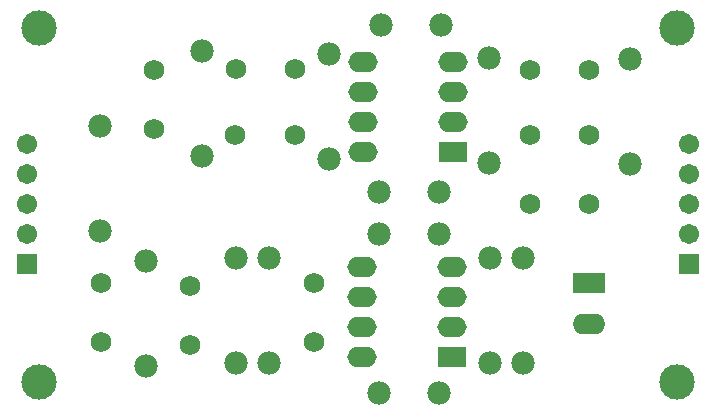
<source format=gts>
G04 Layer_Color=8388736*
%FSLAX44Y44*%
%MOMM*%
G71*
G01*
G75*
%ADD27R,1.7032X1.7032*%
%ADD28C,1.7032*%
%ADD29C,1.9812*%
%ADD30C,1.7272*%
%ADD31R,2.7432X1.7272*%
%ADD32O,2.7432X1.7272*%
%ADD33R,2.4892X1.7272*%
%ADD34O,2.4892X1.7272*%
%ADD35C,3.0020*%
D27*
X580000Y130000D02*
D03*
X19558Y129540D02*
D03*
D28*
X580000Y155400D02*
D03*
Y180800D02*
D03*
Y206200D02*
D03*
Y231600D02*
D03*
X19558Y154940D02*
D03*
Y180340D02*
D03*
Y205740D02*
D03*
Y231140D02*
D03*
D29*
X319000Y332400D02*
D03*
X369800D02*
D03*
X317500Y190500D02*
D03*
X368300D02*
D03*
Y154940D02*
D03*
X317500D02*
D03*
Y20320D02*
D03*
X368300D02*
D03*
X224160Y45880D02*
D03*
Y134780D02*
D03*
X120020Y43340D02*
D03*
Y132240D02*
D03*
X196220Y45880D02*
D03*
Y134780D02*
D03*
X411480Y45720D02*
D03*
Y134620D02*
D03*
X439420D02*
D03*
Y45720D02*
D03*
X81280Y157480D02*
D03*
Y246380D02*
D03*
X274960Y218600D02*
D03*
Y307500D02*
D03*
X167640Y220980D02*
D03*
Y309880D02*
D03*
X410400Y215500D02*
D03*
Y304400D02*
D03*
X530400Y303300D02*
D03*
Y214400D02*
D03*
D30*
X495394Y294400D02*
D03*
X445406D02*
D03*
X495534Y238920D02*
D03*
X445546D02*
D03*
Y180500D02*
D03*
X495534D02*
D03*
X157480Y111354D02*
D03*
Y61366D02*
D03*
X262260Y64066D02*
D03*
Y114054D02*
D03*
X127000Y244246D02*
D03*
Y294234D02*
D03*
X196626Y294800D02*
D03*
X246614D02*
D03*
X81920Y114054D02*
D03*
Y64066D02*
D03*
X195986Y238760D02*
D03*
X245974D02*
D03*
D31*
X495427Y113538D02*
D03*
D32*
X495173Y79502D02*
D03*
D33*
X379640Y51540D02*
D03*
X380500Y224300D02*
D03*
D34*
X379640Y76940D02*
D03*
Y102340D02*
D03*
Y127740D02*
D03*
X303440Y51540D02*
D03*
Y76940D02*
D03*
Y102340D02*
D03*
Y127740D02*
D03*
X380500Y249700D02*
D03*
Y275100D02*
D03*
Y300500D02*
D03*
X304300Y224300D02*
D03*
Y249700D02*
D03*
Y275100D02*
D03*
Y300500D02*
D03*
D35*
X30000Y30000D02*
D03*
Y330000D02*
D03*
X570000D02*
D03*
Y30000D02*
D03*
M02*

</source>
